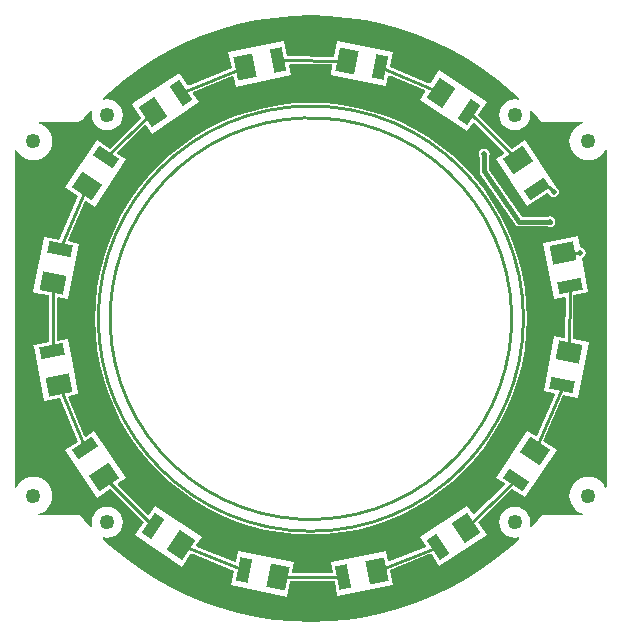
<source format=gtl>
G04*
G04 #@! TF.GenerationSoftware,Altium Limited,Altium Designer,20.0.2 (26)*
G04*
G04 Layer_Physical_Order=1*
G04 Layer_Color=255*
%FSLAX44Y44*%
%MOMM*%
G71*
G01*
G75*
%ADD11C,0.2540*%
G04:AMPARAMS|DCode=12|XSize=1mm|YSize=2mm|CornerRadius=0mm|HoleSize=0mm|Usage=FLASHONLY|Rotation=213.750|XOffset=0mm|YOffset=0mm|HoleType=Round|Shape=Rectangle|*
%AMROTATEDRECTD12*
4,1,4,-0.1398,1.1093,0.9713,-0.5537,0.1398,-1.1093,-0.9713,0.5537,-0.1398,1.1093,0.0*
%
%ADD12ROTATEDRECTD12*%

G04:AMPARAMS|DCode=13|XSize=1.6mm|YSize=2mm|CornerRadius=0mm|HoleSize=0mm|Usage=FLASHONLY|Rotation=213.750|XOffset=0mm|YOffset=0mm|HoleType=Round|Shape=Rectangle|*
%AMROTATEDRECTD13*
4,1,4,0.1096,1.2759,1.2208,-0.3870,-0.1096,-1.2759,-1.2208,0.3870,0.1096,1.2759,0.0*
%
%ADD13ROTATEDRECTD13*%

G04:AMPARAMS|DCode=14|XSize=1.6mm|YSize=2mm|CornerRadius=0mm|HoleSize=0mm|Usage=FLASHONLY|Rotation=101.250|XOffset=0mm|YOffset=0mm|HoleType=Round|Shape=Rectangle|*
%AMROTATEDRECTD14*
4,1,4,1.1369,-0.5895,-0.8247,-0.9797,-1.1369,0.5895,0.8247,0.9797,1.1369,-0.5895,0.0*
%
%ADD14ROTATEDRECTD14*%

G04:AMPARAMS|DCode=15|XSize=1mm|YSize=2mm|CornerRadius=0mm|HoleSize=0mm|Usage=FLASHONLY|Rotation=101.250|XOffset=0mm|YOffset=0mm|HoleType=Round|Shape=Rectangle|*
%AMROTATEDRECTD15*
4,1,4,1.0783,-0.2953,-0.8832,-0.6855,-1.0783,0.2953,0.8832,0.6855,1.0783,-0.2953,0.0*
%
%ADD15ROTATEDRECTD15*%

G04:AMPARAMS|DCode=16|XSize=1mm|YSize=2mm|CornerRadius=0mm|HoleSize=0mm|Usage=FLASHONLY|Rotation=78.750|XOffset=0mm|YOffset=0mm|HoleType=Round|Shape=Rectangle|*
%AMROTATEDRECTD16*
4,1,4,0.8832,-0.6855,-1.0783,-0.2953,-0.8832,0.6855,1.0783,0.2953,0.8832,-0.6855,0.0*
%
%ADD16ROTATEDRECTD16*%

G04:AMPARAMS|DCode=17|XSize=1.6mm|YSize=2mm|CornerRadius=0mm|HoleSize=0mm|Usage=FLASHONLY|Rotation=78.750|XOffset=0mm|YOffset=0mm|HoleType=Round|Shape=Rectangle|*
%AMROTATEDRECTD17*
4,1,4,0.8247,-0.9797,-1.1369,-0.5895,-0.8247,0.9797,1.1369,0.5895,0.8247,-0.9797,0.0*
%
%ADD17ROTATEDRECTD17*%

G04:AMPARAMS|DCode=18|XSize=1.6mm|YSize=2mm|CornerRadius=0mm|HoleSize=0mm|Usage=FLASHONLY|Rotation=56.250|XOffset=0mm|YOffset=0mm|HoleType=Round|Shape=Rectangle|*
%AMROTATEDRECTD18*
4,1,4,0.3870,-1.2208,-1.2759,-0.1096,-0.3870,1.2208,1.2759,0.1096,0.3870,-1.2208,0.0*
%
%ADD18ROTATEDRECTD18*%

G04:AMPARAMS|DCode=19|XSize=1mm|YSize=2mm|CornerRadius=0mm|HoleSize=0mm|Usage=FLASHONLY|Rotation=56.250|XOffset=0mm|YOffset=0mm|HoleType=Round|Shape=Rectangle|*
%AMROTATEDRECTD19*
4,1,4,0.5537,-0.9713,-1.1093,0.1398,-0.5537,0.9713,1.1093,-0.1398,0.5537,-0.9713,0.0*
%
%ADD19ROTATEDRECTD19*%

G04:AMPARAMS|DCode=20|XSize=1.6mm|YSize=2mm|CornerRadius=0mm|HoleSize=0mm|Usage=FLASHONLY|Rotation=11.250|XOffset=0mm|YOffset=0mm|HoleType=Round|Shape=Rectangle|*
%AMROTATEDRECTD20*
4,1,4,-0.5895,-1.1369,-0.9797,0.8247,0.5895,1.1369,0.9797,-0.8247,-0.5895,-1.1369,0.0*
%
%ADD20ROTATEDRECTD20*%

G04:AMPARAMS|DCode=21|XSize=1mm|YSize=2mm|CornerRadius=0mm|HoleSize=0mm|Usage=FLASHONLY|Rotation=11.250|XOffset=0mm|YOffset=0mm|HoleType=Round|Shape=Rectangle|*
%AMROTATEDRECTD21*
4,1,4,-0.2953,-1.0783,-0.6855,0.8832,0.2953,1.0783,0.6855,-0.8832,-0.2953,-1.0783,0.0*
%
%ADD21ROTATEDRECTD21*%

G04:AMPARAMS|DCode=22|XSize=1mm|YSize=2mm|CornerRadius=0mm|HoleSize=0mm|Usage=FLASHONLY|Rotation=348.750|XOffset=0mm|YOffset=0mm|HoleType=Round|Shape=Rectangle|*
%AMROTATEDRECTD22*
4,1,4,-0.6855,-0.8832,-0.2953,1.0783,0.6855,0.8832,0.2953,-1.0783,-0.6855,-0.8832,0.0*
%
%ADD22ROTATEDRECTD22*%

G04:AMPARAMS|DCode=23|XSize=1.6mm|YSize=2mm|CornerRadius=0mm|HoleSize=0mm|Usage=FLASHONLY|Rotation=348.750|XOffset=0mm|YOffset=0mm|HoleType=Round|Shape=Rectangle|*
%AMROTATEDRECTD23*
4,1,4,-0.9797,-0.8247,-0.5895,1.1369,0.9797,0.8247,0.5895,-1.1369,-0.9797,-0.8247,0.0*
%
%ADD23ROTATEDRECTD23*%

G04:AMPARAMS|DCode=24|XSize=1.6mm|YSize=2mm|CornerRadius=0mm|HoleSize=0mm|Usage=FLASHONLY|Rotation=326.250|XOffset=0mm|YOffset=0mm|HoleType=Round|Shape=Rectangle|*
%AMROTATEDRECTD24*
4,1,4,-1.2208,-0.3870,-0.1096,1.2759,1.2208,0.3870,0.1096,-1.2759,-1.2208,-0.3870,0.0*
%
%ADD24ROTATEDRECTD24*%

G04:AMPARAMS|DCode=25|XSize=1mm|YSize=2mm|CornerRadius=0mm|HoleSize=0mm|Usage=FLASHONLY|Rotation=326.250|XOffset=0mm|YOffset=0mm|HoleType=Round|Shape=Rectangle|*
%AMROTATEDRECTD25*
4,1,4,-0.9713,-0.5537,0.1398,1.1093,0.9713,0.5537,-0.1398,-1.1093,-0.9713,-0.5537,0.0*
%
%ADD25ROTATEDRECTD25*%

G04:AMPARAMS|DCode=26|XSize=1mm|YSize=2mm|CornerRadius=0mm|HoleSize=0mm|Usage=FLASHONLY|Rotation=303.750|XOffset=0mm|YOffset=0mm|HoleType=Round|Shape=Rectangle|*
%AMROTATEDRECTD26*
4,1,4,-1.1093,-0.1398,0.5537,0.9713,1.1093,0.1398,-0.5537,-0.9713,-1.1093,-0.1398,0.0*
%
%ADD26ROTATEDRECTD26*%

G04:AMPARAMS|DCode=27|XSize=1.6mm|YSize=2mm|CornerRadius=0mm|HoleSize=0mm|Usage=FLASHONLY|Rotation=303.750|XOffset=0mm|YOffset=0mm|HoleType=Round|Shape=Rectangle|*
%AMROTATEDRECTD27*
4,1,4,-1.2759,0.1096,0.3870,1.2208,1.2759,-0.1096,-0.3870,-1.2208,-1.2759,0.1096,0.0*
%
%ADD27ROTATEDRECTD27*%

%ADD45C,0.4000*%
%ADD46C,1.2540*%
%ADD47C,0.5000*%
G36*
X15500Y256252D02*
X30944Y254848D01*
X46275Y252515D01*
X61437Y249260D01*
X76375Y245096D01*
X91034Y240037D01*
X105361Y234103D01*
X119304Y227314D01*
X132811Y219696D01*
X145834Y211276D01*
X158324Y202086D01*
X170237Y192158D01*
X176230Y186516D01*
X175897Y185265D01*
X175799Y185178D01*
X172500Y185612D01*
X169106Y185165D01*
X165944Y183855D01*
X163228Y181772D01*
X161145Y179056D01*
X159835Y175894D01*
X159388Y172500D01*
X159835Y169106D01*
X161145Y165944D01*
X163228Y163228D01*
X165944Y161145D01*
X169106Y159835D01*
X172500Y159388D01*
X175894Y159835D01*
X179056Y161145D01*
X181772Y163228D01*
X183855Y165944D01*
X185165Y169106D01*
X185612Y172500D01*
X185178Y175799D01*
X185265Y175897D01*
X186516Y176230D01*
X192158Y170237D01*
X194431Y167509D01*
X194431Y167509D01*
X194622Y167346D01*
X195703Y166623D01*
X196979Y166369D01*
X198255Y166623D01*
X198319Y166666D01*
X230447D01*
X230635Y165396D01*
X228847Y164854D01*
X226068Y163368D01*
X223632Y161369D01*
X221632Y158932D01*
X220146Y156153D01*
X219231Y153137D01*
X218923Y150000D01*
X219231Y146863D01*
X220146Y143847D01*
X221632Y141068D01*
X223632Y138631D01*
X226068Y136632D01*
X228847Y135146D01*
X231863Y134232D01*
X235000Y133923D01*
X238137Y134232D01*
X241153Y135146D01*
X243932Y136632D01*
X246369Y138631D01*
X248368Y141068D01*
X249396Y142991D01*
X250666Y142673D01*
Y-142673D01*
X249396Y-142991D01*
X248368Y-141068D01*
X246369Y-138631D01*
X243932Y-136632D01*
X241153Y-135146D01*
X238137Y-134232D01*
X235000Y-133923D01*
X231863Y-134232D01*
X228847Y-135146D01*
X226068Y-136632D01*
X223632Y-138631D01*
X221632Y-141068D01*
X220146Y-143847D01*
X219231Y-146863D01*
X218923Y-150000D01*
X219231Y-153137D01*
X220146Y-156153D01*
X221632Y-158932D01*
X223632Y-161369D01*
X226068Y-163368D01*
X228847Y-164854D01*
X230635Y-165396D01*
X230447Y-166666D01*
X198427D01*
X198294Y-166577D01*
X197019Y-166324D01*
X195743Y-166577D01*
X194661Y-167300D01*
X194470Y-167463D01*
X194470Y-167463D01*
X192158Y-170237D01*
X186516Y-176230D01*
X185265Y-175897D01*
X185178Y-175799D01*
X185612Y-172500D01*
X185165Y-169106D01*
X183855Y-165944D01*
X181772Y-163228D01*
X179056Y-161145D01*
X175894Y-159835D01*
X172500Y-159388D01*
X169106Y-159835D01*
X165944Y-161145D01*
X163228Y-163228D01*
X161145Y-165944D01*
X159835Y-169106D01*
X159388Y-172500D01*
X159835Y-175894D01*
X161145Y-179056D01*
X163228Y-181772D01*
X165944Y-183855D01*
X169106Y-185165D01*
X172500Y-185612D01*
X175799Y-185178D01*
X175897Y-185265D01*
X176230Y-186516D01*
X170237Y-192158D01*
X158324Y-202086D01*
X145834Y-211276D01*
X132811Y-219696D01*
X119304Y-227314D01*
X105361Y-234103D01*
X91034Y-240037D01*
X76375Y-245096D01*
X61437Y-249260D01*
X46275Y-252515D01*
X30944Y-254848D01*
X15500Y-256252D01*
X0Y-256720D01*
X-15500Y-256252D01*
X-30944Y-254848D01*
X-46275Y-252515D01*
X-61437Y-249260D01*
X-76375Y-245096D01*
X-91034Y-240037D01*
X-105361Y-234103D01*
X-119304Y-227314D01*
X-132811Y-219696D01*
X-145834Y-211276D01*
X-158324Y-202086D01*
X-170237Y-192158D01*
X-176230Y-186516D01*
X-175897Y-185265D01*
X-175799Y-185178D01*
X-172500Y-185612D01*
X-169106Y-185165D01*
X-165944Y-183855D01*
X-163228Y-181772D01*
X-161145Y-179056D01*
X-159835Y-175894D01*
X-159388Y-172500D01*
X-159835Y-169106D01*
X-161145Y-165944D01*
X-163228Y-163228D01*
X-165944Y-161145D01*
X-169106Y-159835D01*
X-172500Y-159388D01*
X-175894Y-159835D01*
X-179056Y-161145D01*
X-181772Y-163228D01*
X-183855Y-165944D01*
X-185165Y-169106D01*
X-185612Y-172500D01*
X-185178Y-175799D01*
X-185265Y-175897D01*
X-186516Y-176230D01*
X-192158Y-170237D01*
X-194470Y-167463D01*
X-194470Y-167463D01*
X-194661Y-167300D01*
X-195743Y-166577D01*
X-197019Y-166324D01*
X-198294Y-166577D01*
X-198427Y-166666D01*
X-230447D01*
X-230635Y-165396D01*
X-228847Y-164854D01*
X-226068Y-163368D01*
X-223632Y-161369D01*
X-221632Y-158932D01*
X-220146Y-156153D01*
X-219231Y-153137D01*
X-218923Y-150000D01*
X-219231Y-146863D01*
X-220146Y-143847D01*
X-221632Y-141068D01*
X-223632Y-138631D01*
X-226068Y-136632D01*
X-228847Y-135146D01*
X-231863Y-134232D01*
X-235000Y-133923D01*
X-238137Y-134232D01*
X-241153Y-135146D01*
X-243932Y-136632D01*
X-246369Y-138631D01*
X-248368Y-141068D01*
X-249396Y-142991D01*
X-250666Y-142673D01*
Y142673D01*
X-249396Y142991D01*
X-248368Y141068D01*
X-246369Y138631D01*
X-243932Y136632D01*
X-241153Y135146D01*
X-238137Y134232D01*
X-235000Y133923D01*
X-231863Y134232D01*
X-228847Y135146D01*
X-226068Y136632D01*
X-223632Y138631D01*
X-221632Y141068D01*
X-220146Y143847D01*
X-219231Y146863D01*
X-218923Y150000D01*
X-219231Y153137D01*
X-220146Y156153D01*
X-221632Y158932D01*
X-223632Y161369D01*
X-226068Y163368D01*
X-228847Y164854D01*
X-230635Y165396D01*
X-230447Y166666D01*
X-197496D01*
X-196220Y166920D01*
X-196186Y166942D01*
X-195270Y167125D01*
X-194188Y167847D01*
X-194013Y168011D01*
X-194013Y168011D01*
X-192158Y170237D01*
X-186516Y176230D01*
X-185265Y175897D01*
X-185178Y175799D01*
X-185612Y172500D01*
X-185165Y169106D01*
X-183855Y165944D01*
X-181772Y163228D01*
X-179056Y161145D01*
X-175894Y159835D01*
X-172500Y159388D01*
X-169106Y159835D01*
X-165944Y161145D01*
X-163228Y163228D01*
X-161145Y165944D01*
X-159835Y169106D01*
X-159388Y172500D01*
X-159835Y175894D01*
X-161145Y179056D01*
X-163228Y181772D01*
X-165944Y183855D01*
X-169106Y185165D01*
X-172500Y185612D01*
X-175799Y185178D01*
X-175897Y185265D01*
X-176230Y186516D01*
X-170237Y192158D01*
X-158324Y202086D01*
X-145834Y211276D01*
X-132811Y219696D01*
X-119304Y227314D01*
X-105361Y234103D01*
X-91034Y240037D01*
X-76375Y245096D01*
X-61437Y249260D01*
X-46275Y252515D01*
X-30944Y254848D01*
X-15500Y256252D01*
X0Y256720D01*
X15500Y256252D01*
D02*
G37*
%LPC*%
G36*
X22322Y235343D02*
X19761Y221878D01*
X-20091Y222281D01*
X-22519Y235049D01*
X-69890Y225881D01*
X-67088Y212382D01*
X-104254Y197105D01*
X-110792Y207072D01*
X-111352Y207925D01*
X-111491Y208133D01*
X-112462Y207484D01*
X-112547Y207428D01*
X-150217Y182257D01*
X-151609Y181327D01*
X-151009Y180445D01*
X-150895Y180277D01*
X-143903Y169999D01*
X-170430Y144027D01*
X-181466Y151401D01*
X-207567Y112339D01*
X-208272Y111283D01*
X-207380Y110698D01*
X-207210Y110586D01*
X-196879Y103807D01*
X-212906Y66942D01*
X-224686Y69389D01*
X-225684Y69597D01*
X-225930Y69645D01*
X-226158Y68499D01*
X-235095Y23568D01*
X-235245Y22813D01*
X-235343Y22322D01*
X-234295Y22123D01*
X-234095Y22085D01*
X-221770Y19740D01*
Y-19994D01*
X-229293Y-21425D01*
X-235050Y-22352D01*
X-235049Y-22519D01*
X-234839Y-23605D01*
X-225881Y-69890D01*
X-212382Y-67088D01*
X-197105Y-104254D01*
X-207925Y-111352D01*
X-181327Y-151609D01*
X-169924Y-143852D01*
X-141521Y-172384D01*
X-148800Y-183081D01*
X-108820Y-210095D01*
X-101204Y-198487D01*
X-64693Y-213345D01*
X-67312Y-225950D01*
X-20038Y-235608D01*
X-17456Y-222036D01*
X20045D01*
X22519Y-235049D01*
X69890Y-225881D01*
X67118Y-212526D01*
X101735Y-198842D01*
X108889Y-209748D01*
X149147Y-183150D01*
X141484Y-171886D01*
X170466Y-143918D01*
X181258Y-151263D01*
X208272Y-111283D01*
X196856Y-103792D01*
X213703Y-64768D01*
X225950Y-67312D01*
X235608Y-20038D01*
X222097Y-17467D01*
X222313Y20097D01*
X235049Y22519D01*
X229422Y51590D01*
X229931Y51691D01*
X231419Y52686D01*
X232414Y54174D01*
X232763Y55930D01*
X232414Y57686D01*
X231419Y59174D01*
X229931Y60169D01*
X228175Y60518D01*
X227623Y60889D01*
X225881Y69890D01*
X196506Y63793D01*
X206067Y17009D01*
X214656Y18642D01*
X215632Y17829D01*
X215442Y-15208D01*
X214461Y-16014D01*
X206136Y-14430D01*
X197066Y-61312D01*
X206054Y-63179D01*
X206639Y-64306D01*
X191588Y-99172D01*
X190371Y-99536D01*
X183189Y-94824D01*
X156868Y-134665D01*
X164002Y-139520D01*
X164110Y-140785D01*
X138388Y-165608D01*
X137124Y-165477D01*
X132272Y-158344D01*
X92708Y-185081D01*
X97449Y-192307D01*
X97065Y-193518D01*
X66660Y-205537D01*
X65542Y-204934D01*
X63793Y-196506D01*
X17009Y-206067D01*
X18591Y-214389D01*
X17781Y-215368D01*
X-15191D01*
X-16001Y-214389D01*
X-14430Y-206136D01*
X-61312Y-197066D01*
X-63113Y-205736D01*
X-64234Y-206333D01*
X-96549Y-193182D01*
X-96927Y-191969D01*
X-92361Y-185012D01*
X-132203Y-158691D01*
X-137140Y-165946D01*
X-138404Y-166064D01*
X-163613Y-140740D01*
X-163492Y-139476D01*
X-156522Y-134734D01*
X-183258Y-95170D01*
X-190592Y-99982D01*
X-191806Y-99606D01*
X-205361Y-66629D01*
X-204766Y-65507D01*
X-198292Y-64163D01*
X-196546Y-63865D01*
X-196506Y-63793D01*
X-196746Y-62616D01*
X-201482Y-39443D01*
X-205886Y-17652D01*
X-205934Y-17660D01*
X-206067Y-17009D01*
X-214124Y-18541D01*
X-215102Y-17731D01*
Y17475D01*
X-214124Y18285D01*
X-205870Y16715D01*
X-196555Y63547D01*
X-205251Y65353D01*
X-205836Y66480D01*
X-191615Y99191D01*
X-190398Y99554D01*
X-183189Y94824D01*
X-156522Y134734D01*
X-163927Y139682D01*
X-164045Y140947D01*
X-140799Y163705D01*
X-139536Y163580D01*
X-134734Y156522D01*
X-95032Y183050D01*
X-99981Y190593D01*
X-99606Y191806D01*
X-66629Y205361D01*
X-65507Y204766D01*
X-63793Y196506D01*
X-17009Y206067D01*
X-18634Y214615D01*
X-17819Y215590D01*
X17504Y215233D01*
X18309Y214250D01*
X16715Y205870D01*
X63596Y196800D01*
X65376Y205368D01*
X66500Y205959D01*
X96634Y193303D01*
X97005Y192088D01*
X92361Y185012D01*
X132203Y158691D01*
X137140Y165946D01*
X138404Y166064D01*
X163613Y140740D01*
X163492Y139476D01*
X156522Y134734D01*
X183258Y95170D01*
X200103Y106220D01*
X201258Y105736D01*
X202253Y104247D01*
X203741Y103253D01*
X205497Y102904D01*
X207253Y103253D01*
X208741Y104247D01*
X209736Y105736D01*
X210085Y107492D01*
X209736Y109248D01*
X208741Y110736D01*
X208364Y110988D01*
X207925Y111352D01*
D01*
X181327Y151609D01*
X169924Y143852D01*
X141521Y172384D01*
X148800Y183081D01*
X108820Y210095D01*
X101270Y198588D01*
X66961Y212998D01*
X69596Y225684D01*
X22322Y235343D01*
D02*
G37*
G36*
X146841Y143805D02*
X145086Y143455D01*
X143597Y142461D01*
X142603Y140972D01*
X142253Y139216D01*
X142603Y137461D01*
X142773Y137205D01*
X142838Y124686D01*
X142923Y124271D01*
X142930Y123847D01*
X143081Y123499D01*
X143157Y123127D01*
X143394Y122776D01*
X143563Y122387D01*
X173093Y79717D01*
X174237Y78610D01*
X175716Y78025D01*
X176477Y78038D01*
X176541Y78025D01*
X200435D01*
X200675Y77864D01*
X202431Y77515D01*
X204186Y77864D01*
X205675Y78859D01*
X206670Y80347D01*
X207019Y82103D01*
X206670Y83859D01*
X205675Y85347D01*
X204186Y86342D01*
X202431Y86691D01*
X200675Y86342D01*
X200435Y86181D01*
X178539D01*
X150988Y125990D01*
X150930Y137236D01*
X151080Y137461D01*
X151430Y139216D01*
X151080Y140972D01*
X150086Y142461D01*
X148597Y143455D01*
X146841Y143805D01*
D02*
G37*
G36*
X0Y182751D02*
X-13037Y182286D01*
X-26008Y180891D01*
X-38847Y178575D01*
X-51487Y175349D01*
X-63865Y171229D01*
X-75918Y166236D01*
X-87583Y160397D01*
X-98803Y153740D01*
X-109519Y146300D01*
X-119677Y138114D01*
X-129225Y129225D01*
X-138114Y119677D01*
X-146300Y109519D01*
X-153740Y98803D01*
X-160397Y87583D01*
X-166236Y75918D01*
X-171229Y63865D01*
X-175349Y51487D01*
X-178575Y38847D01*
X-180891Y26008D01*
X-182286Y13037D01*
X-182751Y0D01*
X-182286Y-13037D01*
X-180891Y-26008D01*
X-178575Y-38847D01*
X-175349Y-51487D01*
X-171229Y-63865D01*
X-166236Y-75918D01*
X-160397Y-87583D01*
X-153740Y-98803D01*
X-146300Y-109519D01*
X-138114Y-119677D01*
X-129225Y-129225D01*
X-119677Y-138114D01*
X-109519Y-146300D01*
X-98803Y-153740D01*
X-87583Y-160397D01*
X-75918Y-166236D01*
X-63865Y-171229D01*
X-51487Y-175349D01*
X-38847Y-178575D01*
X-26008Y-180891D01*
X-13037Y-182286D01*
X0Y-182751D01*
X13037Y-182286D01*
X26008Y-180891D01*
X38847Y-178575D01*
X51487Y-175349D01*
X63865Y-171229D01*
X75918Y-166236D01*
X87583Y-160397D01*
X98803Y-153740D01*
X109519Y-146300D01*
X119677Y-138114D01*
X129225Y-129225D01*
X138114Y-119677D01*
X146300Y-109519D01*
X153740Y-98803D01*
X160397Y-87583D01*
X166236Y-75918D01*
X171229Y-63865D01*
X175349Y-51487D01*
X178575Y-38847D01*
X180891Y-26008D01*
X182286Y-13037D01*
X182751Y0D01*
X182286Y13037D01*
X180891Y26008D01*
X178575Y38847D01*
X175349Y51487D01*
X171229Y63865D01*
X166236Y75918D01*
X160397Y87583D01*
X153740Y98803D01*
X146300Y109519D01*
X138114Y119677D01*
X129225Y129225D01*
X119677Y138114D01*
X109519Y146300D01*
X98803Y153740D01*
X87583Y160397D01*
X75918Y166236D01*
X63865Y171229D01*
X51487Y175349D01*
X38847Y178575D01*
X26008Y180891D01*
X13037Y182286D01*
X0Y182751D01*
D02*
G37*
%LPD*%
D11*
X213364Y55930D02*
X228175D01*
X190945Y109589D02*
X193116Y111760D01*
X201229D02*
X205497Y107492D01*
X193116Y111760D02*
X201229D01*
X-28145Y-218702D02*
X23495D01*
X183914Y109589D02*
X190945D01*
X133954Y175261D02*
X175105Y133922D01*
X58873Y212779D02*
X109841Y191372D01*
X-27487Y219021D02*
X30430Y218436D01*
X-109809Y191217D02*
X-55930Y213364D01*
X-173438Y136416D02*
X-133922Y175105D01*
X-212778Y58873D02*
X-189550Y112303D01*
X218702Y-28145D02*
X219021Y27487D01*
X189550Y-112303D02*
X213360Y-57150D01*
X131459Y-176928D02*
X173438Y-136416D01*
X55930Y-213364D02*
X107346Y-193039D01*
X-109841Y-191372D02*
X-56588Y-213044D01*
X-175105Y-133922D02*
X-133954Y-175261D01*
X-213364Y-55930D02*
X-191217Y-109809D01*
X-218436Y-26902D02*
Y30430D01*
X-219021Y-27487D02*
X-218436Y-26902D01*
X-212778Y58873D02*
X-212008D01*
X-173438Y136416D02*
X-172611D01*
X180000Y0D02*
G03*
X180000Y0I-180000J0D01*
G01*
X-115729Y-124526D02*
G03*
X-115733Y-124522I115729J124526D01*
G01*
D12*
X-109809Y191217D02*
D03*
X107346Y-193039D02*
D03*
D13*
X-133922Y175105D02*
D03*
X131459Y-176928D02*
D03*
D14*
X213364Y55930D02*
D03*
X-213364Y-55930D02*
D03*
D15*
X219021Y27487D02*
D03*
X-219021Y-27487D02*
D03*
D16*
X213044Y-56588D02*
D03*
X-212779Y58873D02*
D03*
D17*
X218702Y-28145D02*
D03*
X-218436Y30430D02*
D03*
D18*
X189550Y-112303D02*
D03*
X-189550Y112303D02*
D03*
D19*
X173438Y-136416D02*
D03*
X-173438Y136416D02*
D03*
D20*
X55930Y-213364D02*
D03*
X-55930Y213364D02*
D03*
D21*
X27487Y-219021D02*
D03*
X-27487Y219021D02*
D03*
D22*
X-56588Y-213044D02*
D03*
X58873Y212779D02*
D03*
D23*
X-28145Y-218702D02*
D03*
X30430Y218436D02*
D03*
D24*
X-109841Y-191372D02*
D03*
X109841Y191372D02*
D03*
D25*
X-133954Y-175261D02*
D03*
X133954Y175261D02*
D03*
D26*
X-191217Y-109809D02*
D03*
X191217Y109809D02*
D03*
D27*
X-175105Y-133922D02*
D03*
X175105Y133922D02*
D03*
D45*
X176541Y82103D02*
X202431D01*
X146917Y124707D02*
X176447Y82038D01*
X146841Y139216D02*
X146917Y124707D01*
D46*
X-235000Y150000D02*
D03*
Y-150000D02*
D03*
X235000D02*
D03*
X-172500Y-172500D02*
D03*
X172500D02*
D03*
Y172500D02*
D03*
X-172500D02*
D03*
X235000Y150000D02*
D03*
D47*
X228175Y55930D02*
D03*
X25400Y247650D02*
D03*
X-241300Y95103D02*
D03*
X238407Y76200D02*
D03*
X237490Y120650D02*
D03*
X146841Y139216D02*
D03*
X155885Y194310D02*
D03*
X-148590Y-200660D02*
D03*
X-164043Y112303D02*
D03*
X0Y-240030D02*
D03*
Y-196346D02*
D03*
X-68883Y-183158D02*
D03*
X-139216Y-139951D02*
D03*
X-183299Y-74327D02*
D03*
X-79612Y184078D02*
D03*
X-137160Y146050D02*
D03*
X-241300Y-2946D02*
D03*
Y68883D02*
D03*
X-190500Y38100D02*
D03*
X-193040Y-17652D02*
D03*
X95103Y174036D02*
D03*
X-155885Y194310D02*
D03*
X63439Y240037D02*
D03*
X74327Y-180340D02*
D03*
X135331Y-139216D02*
D03*
X202499Y-146391D02*
D03*
X238407Y-44450D02*
D03*
Y5893D02*
D03*
Y44450D02*
D03*
X205497Y107492D02*
D03*
X202431Y82103D02*
D03*
X202499Y146391D02*
D03*
X-17652Y247650D02*
D03*
X96913Y228610D02*
D03*
X38100Y194310D02*
D03*
X-92683Y232410D02*
D03*
X179615Y-84576D02*
D03*
X-197416Y-152938D02*
D03*
X74327Y-232410D02*
D03*
X238407Y-95103D02*
D03*
X-241300Y-81280D02*
D03*
X130810Y-212090D02*
D03*
X-92710Y-232410D02*
D03*
M02*

</source>
